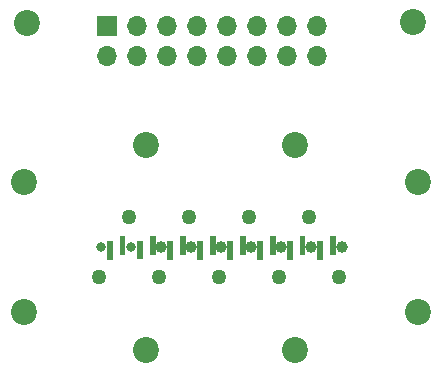
<source format=gbs>
G04 #@! TF.GenerationSoftware,KiCad,Pcbnew,(5.1.12)-1*
G04 #@! TF.CreationDate,2022-03-29T12:16:14+08:00*
G04 #@! TF.ProjectId,Nozzle,4e6f7a7a-6c65-42e6-9b69-6361645f7063,Gen3.1a*
G04 #@! TF.SameCoordinates,Original*
G04 #@! TF.FileFunction,Soldermask,Bot*
G04 #@! TF.FilePolarity,Negative*
%FSLAX46Y46*%
G04 Gerber Fmt 4.6, Leading zero omitted, Abs format (unit mm)*
G04 Created by KiCad (PCBNEW (5.1.12)-1) date 2022-03-29 12:16:14*
%MOMM*%
%LPD*%
G01*
G04 APERTURE LIST*
%ADD10C,0.100000*%
%ADD11C,1.000000*%
%ADD12C,0.800000*%
%ADD13C,2.200000*%
%ADD14O,1.700000X1.700000*%
%ADD15R,1.700000X1.700000*%
%ADD16R,0.400000X1.500000*%
%ADD17C,1.270000*%
G04 APERTURE END LIST*
D10*
G36*
X131047900Y-62886500D02*
G01*
X131447900Y-62886500D01*
X131447900Y-64386500D01*
X131047900Y-64386500D01*
X131047900Y-62886500D01*
G37*
X131047900Y-62886500D02*
X131447900Y-62886500D01*
X131447900Y-64386500D01*
X131047900Y-64386500D01*
X131047900Y-62886500D01*
G36*
X132127900Y-62486500D02*
G01*
X132527900Y-62486500D01*
X132527900Y-63986500D01*
X132127900Y-63986500D01*
X132127900Y-62486500D01*
G37*
X132127900Y-62486500D02*
X132527900Y-62486500D01*
X132527900Y-63986500D01*
X132127900Y-63986500D01*
X132127900Y-62486500D01*
G36*
X133587900Y-62911900D02*
G01*
X133987900Y-62911900D01*
X133987900Y-64411900D01*
X133587900Y-64411900D01*
X133587900Y-62911900D01*
G37*
X133587900Y-62911900D02*
X133987900Y-62911900D01*
X133987900Y-64411900D01*
X133587900Y-64411900D01*
X133587900Y-62911900D01*
G36*
X134667900Y-62511900D02*
G01*
X135067900Y-62511900D01*
X135067900Y-64011900D01*
X134667900Y-64011900D01*
X134667900Y-62511900D01*
G37*
X134667900Y-62511900D02*
X135067900Y-62511900D01*
X135067900Y-64011900D01*
X134667900Y-64011900D01*
X134667900Y-62511900D01*
G36*
X136140600Y-62899200D02*
G01*
X136540600Y-62899200D01*
X136540600Y-64399200D01*
X136140600Y-64399200D01*
X136140600Y-62899200D01*
G37*
X136140600Y-62899200D02*
X136540600Y-62899200D01*
X136540600Y-64399200D01*
X136140600Y-64399200D01*
X136140600Y-62899200D01*
G36*
X137220600Y-62499200D02*
G01*
X137620600Y-62499200D01*
X137620600Y-63999200D01*
X137220600Y-63999200D01*
X137220600Y-62499200D01*
G37*
X137220600Y-62499200D02*
X137620600Y-62499200D01*
X137620600Y-63999200D01*
X137220600Y-63999200D01*
X137220600Y-62499200D01*
G36*
X138693300Y-62899200D02*
G01*
X139093300Y-62899200D01*
X139093300Y-64399200D01*
X138693300Y-64399200D01*
X138693300Y-62899200D01*
G37*
X138693300Y-62899200D02*
X139093300Y-62899200D01*
X139093300Y-64399200D01*
X138693300Y-64399200D01*
X138693300Y-62899200D01*
G36*
X139773300Y-62499200D02*
G01*
X140173300Y-62499200D01*
X140173300Y-63999200D01*
X139773300Y-63999200D01*
X139773300Y-62499200D01*
G37*
X139773300Y-62499200D02*
X140173300Y-62499200D01*
X140173300Y-63999200D01*
X139773300Y-63999200D01*
X139773300Y-62499200D01*
G36*
X128495200Y-62899200D02*
G01*
X128895200Y-62899200D01*
X128895200Y-64399200D01*
X128495200Y-64399200D01*
X128495200Y-62899200D01*
G37*
X128495200Y-62899200D02*
X128895200Y-62899200D01*
X128895200Y-64399200D01*
X128495200Y-64399200D01*
X128495200Y-62899200D01*
G36*
X129575200Y-62499200D02*
G01*
X129975200Y-62499200D01*
X129975200Y-63999200D01*
X129575200Y-63999200D01*
X129575200Y-62499200D01*
G37*
X129575200Y-62499200D02*
X129975200Y-62499200D01*
X129975200Y-63999200D01*
X129575200Y-63999200D01*
X129575200Y-62499200D01*
G36*
X141207900Y-62899200D02*
G01*
X141607900Y-62899200D01*
X141607900Y-64399200D01*
X141207900Y-64399200D01*
X141207900Y-62899200D01*
G37*
X141207900Y-62899200D02*
X141607900Y-62899200D01*
X141607900Y-64399200D01*
X141207900Y-64399200D01*
X141207900Y-62899200D01*
G36*
X142287900Y-62499200D02*
G01*
X142687900Y-62499200D01*
X142687900Y-63999200D01*
X142287900Y-63999200D01*
X142287900Y-62499200D01*
G37*
X142287900Y-62499200D02*
X142687900Y-62499200D01*
X142687900Y-63999200D01*
X142287900Y-63999200D01*
X142287900Y-62499200D01*
G36*
X143735200Y-62899200D02*
G01*
X144135200Y-62899200D01*
X144135200Y-64399200D01*
X143735200Y-64399200D01*
X143735200Y-62899200D01*
G37*
X143735200Y-62899200D02*
X144135200Y-62899200D01*
X144135200Y-64399200D01*
X143735200Y-64399200D01*
X143735200Y-62899200D01*
G36*
X144815200Y-62499200D02*
G01*
X145215200Y-62499200D01*
X145215200Y-63999200D01*
X144815200Y-63999200D01*
X144815200Y-62499200D01*
G37*
X144815200Y-62499200D02*
X145215200Y-62499200D01*
X145215200Y-63999200D01*
X144815200Y-63999200D01*
X144815200Y-62499200D01*
G36*
X146313300Y-62899200D02*
G01*
X146713300Y-62899200D01*
X146713300Y-64399200D01*
X146313300Y-64399200D01*
X146313300Y-62899200D01*
G37*
X146313300Y-62899200D02*
X146713300Y-62899200D01*
X146713300Y-64399200D01*
X146313300Y-64399200D01*
X146313300Y-62899200D01*
G36*
X147393300Y-62499200D02*
G01*
X147793300Y-62499200D01*
X147793300Y-63999200D01*
X147393300Y-63999200D01*
X147393300Y-62499200D01*
G37*
X147393300Y-62499200D02*
X147793300Y-62499200D01*
X147793300Y-63999200D01*
X147393300Y-63999200D01*
X147393300Y-62499200D01*
D11*
X133057900Y-63449200D03*
X148386800Y-63449200D03*
X145757900Y-63449200D03*
X138163300Y-63449200D03*
D12*
X130517900Y-63449200D03*
D11*
X135610600Y-63449200D03*
X143217900Y-63449200D03*
D12*
X127965200Y-63449200D03*
D11*
X140690600Y-63449200D03*
D13*
X121742200Y-44424600D03*
X154432000Y-44373800D03*
D14*
X146304000Y-47244000D03*
X146304000Y-44704000D03*
X143764000Y-47244000D03*
X143764000Y-44704000D03*
X141224000Y-47244000D03*
X141224000Y-44704000D03*
X138684000Y-47244000D03*
X138684000Y-44704000D03*
X136144000Y-47244000D03*
X136144000Y-44704000D03*
X133604000Y-47244000D03*
X133604000Y-44704000D03*
X131064000Y-47244000D03*
X131064000Y-44704000D03*
X128524000Y-47244000D03*
D15*
X128524000Y-44704000D03*
D16*
X131247900Y-63636500D03*
X132327900Y-63236500D03*
X133787900Y-63661900D03*
X134867900Y-63261900D03*
X136340600Y-63649200D03*
X137420600Y-63249200D03*
X138893300Y-63649200D03*
X139973300Y-63249200D03*
X128695200Y-63649200D03*
X129775200Y-63249200D03*
D17*
X127838200Y-65989200D03*
D16*
X141407900Y-63649200D03*
X142487900Y-63249200D03*
D13*
X121437400Y-57950100D03*
X131826000Y-72148700D03*
X121437400Y-68948300D03*
X154825700Y-68948300D03*
X154838400Y-57950100D03*
X131838700Y-54749700D03*
X144437100Y-72148700D03*
X144437100Y-54749700D03*
D17*
X140538200Y-60909200D03*
X130378200Y-60909200D03*
X132918200Y-65989200D03*
X137998200Y-65989200D03*
X143078200Y-65989200D03*
X148158200Y-65963800D03*
X145630900Y-60909200D03*
X135458200Y-60909200D03*
D16*
X143935200Y-63649200D03*
X145015200Y-63249200D03*
X146513300Y-63649200D03*
X147593300Y-63249200D03*
M02*

</source>
